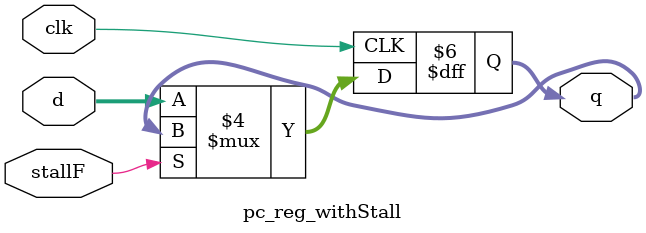
<source format=v>
`timescale 1ns / 1ps

module pc_reg_withStall # (parameter WIDTH = 32)(
    input  wire             clk,
    input  wire             stallF,
    input  wire [WIDTH-1:0] d,
    output reg  [WIDTH-1:0] q
    );
    
    initial begin
        q = 0;
    end
    
    always @ (posedge clk) begin
        if (!stallF) q <= d;
    end
endmodule

</source>
